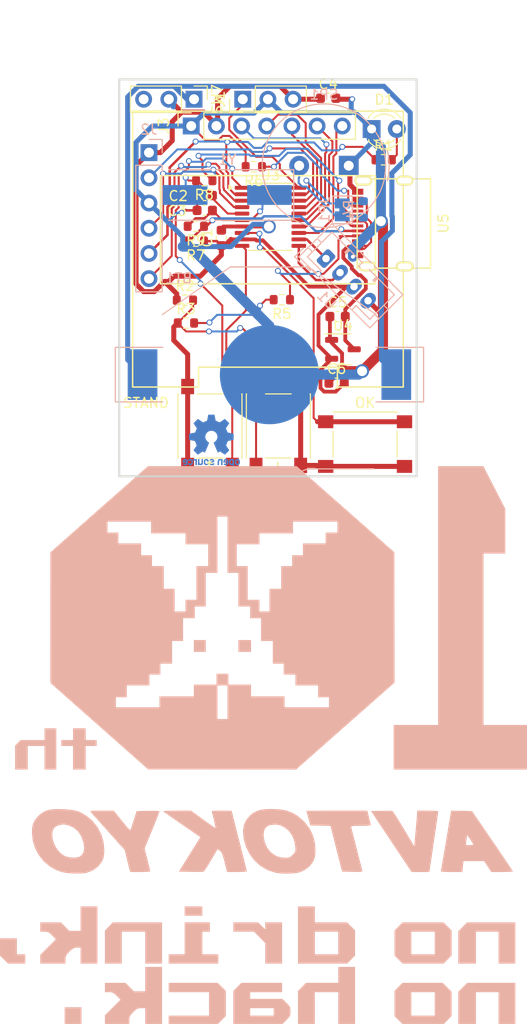
<source format=kicad_pcb>
(kicad_pcb (version 20221018) (generator pcbnew)
  (title_block (date "26 jul 2013"))
  (layers (0 "F.Cu" signal) (31 "B.Cu" signal) (34 "B.Paste" user) (35 "F.Paste" user) (36 "B.SilkS" user "B.Silkscreen") (37 "F.SilkS" user "F.Silkscreen") (38 "B.Mask" user) (39 "F.Mask" user) (44 "Edge.Cuts" user))
  (net 0 "")
  (net 1 "GND")
  (net 2 "Net-(U3-PA1{slash}OSCI{slash}A1{slash}T1CH2{slash}OPN0)")
  (net 3 "+3V3")
  (net 4 "Net-(U3-PA2{slash}OSCO{slash}A0{slash}T1CH2N{slash}OPP0{slash}AETR2_)")
  (net 5 "Net-(D1-A)")
  (net 6 "Net-(BT1-Pad1)")
  (net 7 "Net-(J1-Pin_1)")
  (net 8 "Net-(J2-Pin_2)")
  (net 9 "Net-(R2-Pad2)")
  (net 10 "Net-(J2-Pin_4)")
  (net 11 "Net-(J2-Pin_5)")
  (net 12 "Net-(J2-Pin_6)")
  (net 13 "+5V")
  (net 14 "Net-(U1-Yellow{slash}Dn{slash}An{slash}RX{slash}SCL)")
  (net 15 "Net-(U1-White{slash}Dn1{slash}An1{slash}TX{slash}SDA)")
  (net 16 "SW3")
  (net 17 "SW1")
  (net 18 "SW2")
  (net 20 "Net-(JP1-A)")
  (net 21 "Net-(JP1-B)")
  (net 22 "Net-(U5-CC1)")
  (net 23 "Net-(U5-CC2)")
  (net 24 "Net-(U5-DN1)")
  (net 25 "Net-(U5-DP1)")
  (net 28 "Net-(J3-Pin_3)")
  (net 29 "Net-(J3-Pin_4)")
  (net 30 "Net-(J3-Pin_5)")
  (net 31 "Net-(J3-Pin_6)")
  (net 32 "Net-(J3-Pin_7)")
  (footprint "Resistor_SMD:R_0603_1608Metric" (layer "F.Cu") (at 134.7106 59.4948)
    (fp_text reference "R2")
    (fp_text value "2.7kΩ")
  )
  (footprint "MountingHole:MountingHole_3mm" (layer "F.Cu") (at 130.7856 73.8448)
    (fp_text reference "STAND")
    (fp_text value "MountingHole_3mm")
  )
  (footprint "LED_THT:LED_D3.0mm" (layer "F.Cu") (at 153.5456 42.2448)
    (fp_text reference "D1")
    (fp_text value "LED")
  )
  (footprint "Resistor_SMD:R_0603_1608Metric" (layer "F.Cu") (at 135.8106 52.0448 180)
    (fp_text reference "R9")
    (fp_text value "47")
  )
  (footprint "Capacitor_SMD:C_0603_1608Metric" (layer "F.Cu") (at 150.0106 67.8448)
    (fp_text reference "C6")
    (fp_text value "1u")
  )
  (footprint "Capacitor_SMD:C_0603_1608Metric" (layer "F.Cu") (at 136.7106 48.9448)
    (fp_text reference "C2")
    (fp_text value "20p")
  )
  (footprint "Capacitor_SMD:C_0603_1608Metric" (layer "F.Cu") (at 149.1606 39.1448)
    (fp_text reference "C4")
    (fp_text value "10u")
  )
  (footprint "Connector_PinHeader_2.54mm:PinHeader_1x03_P2.54mm_Vertical" (layer "F.Cu") (at 140.5456 39.2448 90)
    (fp_text reference "J1")
    (fp_text value "max4466_Mic_Module")
  )
  (footprint "Resistor_SMD:R_0603_1608Metric" (layer "F.Cu") (at 136.6606 47.4448 180)
    (fp_text reference "R8")
    (fp_text value "47")
  )
  (footprint "Button_Switch_SMD:SW_Push_1P1T_NO_6x6mm_H9.5mm" (layer "F.Cu") (at 144.1356 72.1698 -90)
    (fp_text reference "SW2" hide)
    (fp_text value "↓")
  )
  (footprint "Capacitor_SMD:C_0603_1608Metric" (layer "F.Cu") (at 136.7106 50.4448)
    (fp_text reference "C3")
    (fp_text value "20p")
  )
  (footprint "Capacitor_SMD:C_0603_1608Metric" (layer "F.Cu") (at 138.3856 53.2198 90)
    (fp_text reference "C1")
    (fp_text value "C")
  )
  (footprint "Package_TO_SOT_SMD:SOT-23-3" (layer "F.Cu") (at 150.6481 64.4448)
    (fp_text reference "U4")
    (fp_text value "XC6206PxxxMR")
  )
  (footprint "Resistor_SMD:R_0603_1608Metric" (layer "F.Cu") (at 134.8106 61.7948)
    (fp_text reference "R3")
    (fp_text value "OPEN")
  )
  (footprint "Button_Switch_SMD:SW_Push_1P1T_NO_6x6mm_H9.5mm" (layer "F.Cu") (at 137.2356 72.1698 90)
    (fp_text reference "SW3" hide)
    (fp_text value "↑")
  )
  (footprint "Capacitor_SMD:C_0603_1608Metric" (layer "F.Cu") (at 150.1106 61.1448)
    (fp_text reference "C5")
    (fp_text value "10u")
  )
  (footprint "Connector_PinHeader_2.54mm:PinHeader_1x03_P2.54mm_Vertical" (layer "F.Cu") (at 135.6256 39.2448 -90)
    (fp_text reference "SW7")
    (fp_text value "SWITCH_INV")
  )
  (footprint "Resistor_SMD:R_0603_1608Metric" (layer "F.Cu") (at 144.4856 59.4448 180)
    (fp_text reference "R5")
    (fp_text value "5.1k")
  )
  (footprint "Button_Switch_SMD:SW_Push_1P1T_NO_6x6mm_H9.5mm" (layer "F.Cu") (at 152.8856 73.9948 180)
    (fp_text reference "SW1" hide)
    (fp_text value "OK")
  )
  (footprint "Resistor_SMD:R_0603_1608Metric" (layer "F.Cu") (at 141.6606 46.0448 180)
    (fp_text reference "R6")
    (fp_text value "5.1k")
  )
  (footprint "Resistor_SMD:R_0603_1608Metric" (layer "F.Cu") (at 154.7606 45.3448)
    (fp_text reference "R1")
    (fp_text value "180Ω")
  )
  (footprint "Package_SO:TSSOP-20_4.4x6.5mm_P0.65mm" (layer "F.Cu") (at 143.3356 51.0948)
    (fp_text reference "U3")
    (fp_text value "CH32V003F4P6")
  )
  (footprint "Resistor_SMD:R_0603_1608Metric" (layer "F.Cu") (at 135.8106 53.5448 180)
    (fp_text reference "R7")
    (fp_text value "1.5k")
  )
  (footprint "library:USB_Type_C_16Pin_Female" (layer "F.Cu") (at 156.2856 51.7648 90)
    (fp_text reference "U5")
    (fp_text value "USB-C_16PIN" hide)
  )
  (footprint "Connector_PinSocket_2.54mm:PinSocket_1x07_P2.54mm_Vertical" (layer "F.Cu") (at 135.3456 41.9448 90)
    (fp_text reference "J3")
    (fp_text value "Conn_01x07_Socket")
  )
  (footprint "library:AVTOKYO_10THLOGO" (layer "B.Cu") (at 144.0856 104.2448 180)
    (fp_text reference "G***" hide)
    (fp_text value "AVTOKYO_10THLOGO" hide)
  )
  (footprint "Connector_PinHeader_2.54mm:PinHeader_1x06_P2.54mm_Vertical" (layer "B.Cu") (at 131.0856 44.6248 180)
    (fp_text reference "J2")
    (fp_text value "WCH-LINKE")
  )
  (footprint "Jumper:SolderJumper-2_P1.3mm_Bridged_Pad1.0x1.5mm" (layer "B.Cu") (at 150.5856 50.3948 -90)
    (fp_text reference "JP1")
    (fp_text value "Jumper_2_Bridged")
  )
  (footprint "Symbol:OSHW-Logo_5.7x6mm_Copper" (layer "B.Cu") (at 137.3856 74.0448 180)
    (fp_text reference "REF**" hide)
    (fp_text value "OSHW-Logo_5.7x6mm_Copper" hide)
  )
  (footprint "Buzzer_Beeper:Buzzer_TDK_PS1240P02BT_D12.2mm_H6.5mm" (layer "B.Cu") (at 151.2356 45.9448 180)
    (fp_text reference "SP1")
    (fp_text value "SPEAKER")
  )
  (footprint "Crystal:Crystal_SMD_HC49-SD" (layer "B.Cu") (at 138.9856 48.8948 180)
    (fp_text reference "Y1")
    (fp_text value "24M")
  )
  (footprint "Resistor_SMD:R_0603_1608Metric" (layer "B.Cu") (at 152.6856 50.3448 -90)
    (fp_text reference "R4")
    (fp_text value "OPEN")
  )
  (footprint "Connector_JST:JST_PH_B4B-PH-K_1x04_P2.00mm_Vertical" (layer "B.Cu") (at 148.942959 55.302159 -45)
    (fp_text reference "U1")
    (fp_text value "SEEED_GROVE")
  )
  (footprint "Battery:BatteryHolder_Keystone_3002_1x2032" (layer "B.Cu") (at 143.2356 66.9948)
    (fp_text reference "BT1")
    (fp_text value "Battery")
  )
  (gr_line (start 150.0856 68.2448) (end 156.7356 68.2448) (stroke (width 0.15)) (layer "F.SilkS"))
  (gr_line (start 153.9356 57.8448) (end 153.9356 46.9448) (stroke (width 0.15)) (layer "F.SilkS"))
  (gr_line (start 153.9356 46.9448) (end 132.2356 46.9448) (stroke (width 0.15)) (layer "F.SilkS"))
  (gr_line (start 150.0856 66.2448) (end 150.0856 68.2448) (stroke (width 0.15)) (layer "F.SilkS"))
  (gr_line (start 129.4356 40.4448) (end 129.4356 68.2448) (stroke (width 0.15)) (layer "F.SilkS"))
  (gr_line (start 156.7356 40.4448) (end 129.4356 40.4448) (stroke (width 0.15)) (layer "F.SilkS"))
  (gr_line (start 132.2356 57.8448) (end 153.9356 57.8448) (stroke (width 0.15)) (layer "F.SilkS"))
  (gr_line (start 129.4356 68.2448) (end 136.0856 68.2448) (stroke (width 0.15)) (layer "F.SilkS"))
  (gr_line (start 136.0856 68.2448) (end 136.0856 66.2448) (stroke (width 0.15)) (layer "F.SilkS"))
  (gr_line (start 132.2356 46.9448) (end 132.2356 57.8448) (stroke (width 0.15)) (layer "F.SilkS"))
  (gr_line (start 156.7356 68.2448) (end 156.7356 40.4448) (stroke (width 0.15)) (layer "F.SilkS"))
  (gr_line (start 136.0856 66.2448) (end 150.0856 66.2448) (stroke (width 0.15)) (layer "F.SilkS"))
  (gr_line (start 158.0856 77.2448) (end 128.0856 77.2448) (stroke (width 0.2)) (layer "Edge.Cuts"))
  (gr_line (start 158.0856 37.2448) (end 158.0856 77.2448) (stroke (width 0.2)) (layer "Edge.Cuts"))
  (gr_line (start 128.0856 77.2448) (end 128.0856 37.2448) (stroke (width 0.2)) (layer "Edge.Cuts"))
  (gr_line (start 128.0856 37.2448) (end 158.0856 37.2448) (stroke (width 0.2)) (layer "Edge.Cuts"))
  (segment (start 140.8356 46.0448) (end 140.8356 44.55197) (width 0.2032) (layer "F.Cu") (net 1))
  (segment (start 151.356689 46.065889) (end 151.356689 47.843248) (width 0.508) (layer "F.Cu") (net 1))
  (segment (start 142.8856 59.4448) (end 142.2856 60.0448) (width 0.2032) (layer "F.Cu") (net 1))
  (segment (start 152.1356 54.8148) (end 151.3656 54.8148) (width 0.2032) (layer "F.Cu") (net 1))
  (segment (start 138.51256 42.9448) (end 138.11256 43.3448) (width 0.2032) (layer "F.Cu") (net 1))
  (segment (start 150.5636 64.8478) (end 150.5636 66.1448) (width 0.381) (layer "F.Cu") (net 1))
  (segment (start 152.1356 55.1148) (end 151.6556 55.1148) (width 0.2032) (layer "F.Cu") (net 1))
  (segment (start 136.7456 43.3448) (end 135.3456 41.9448) (width 0.2032) (layer "F.Cu") (net 1))
  (segment (start 152.5856 66.6448) (end 150.8136 66.6448) (width 1.016) (layer "F.Cu") (net 1))
  (segment (start 151.2356 45.9448) (end 151.356689 46.065889) (width 0.508) (layer "F.Cu") (net 1))
  (segment (start 143.6606 59.4448) (end 142.8856 59.4448) (width 0.2032) (layer "F.Cu") (net 1))
  (segment (start 150.8136 66.6448) (end 150.5636 66.3948) (width 1.016) (layer "F.Cu") (net 1))
  (segment (start 140.8356 44.55197) (end 139.22843 42.9448) (width 0.2032) (layer "F.Cu") (net 1))
  (segment (start 152.1356 55.1148) (end 151.2856 55.1148) (width 0.2032) (layer "F.Cu") (net 1))
  (segment (start 140.4731 52.0698) (end 139.5856 52.0698) (width 0.381) (layer "F.Cu") (net 1))
  (segment (start 139.5856 52.0698) (end 139.2606 52.0698) (width 0.381) (layer "F.Cu") (net 1))
  (segment (start 150.0356 39.2448) (end 149.9356 39.1448) (width 0.508) (layer "F.Cu") (net 1))
  (segment (start 151.356689 47.843248) (end 151.928241 48.4148) (width 0.508) (layer "F.Cu") (net 1))
  (segment (start 154.688511 64.541889) (end 152.5856 66.6448) (width 1.016) (layer "F.Cu") (net 1))
  (segment (start 154.483249 51.53373) (end 154.688511 51.738992) (width 1.016) (layer "F.Cu") (net 1))
  (segment (start 150.5636 66.1448) (end 150.5636 66.3948) (width 0.381) (layer "F.Cu") (net 1))
  (segment (start 154.688511 51.738992) (end 154.688511 64.541889) (width 1.016) (layer "F.Cu") (net 1))
  (segment (start 151.4356 54.8948) (end 151.6556 55.1148) (width 0.2032) (layer "F.Cu") (net 1))
  (segment (start 138.11256 43.3448) (end 136.7456 43.3448) (width 0.2032) (layer "F.Cu") (net 1))
  (segment (start 151.5856 39.2448) (end 150.0356 39.2448) (width 0.508) (layer "F.Cu") (net 1))
  (segment (start 135.9356 50.4448) (end 134.8356 50.4448) (width 0.25) (layer "F.Cu") (net 1))
  (segment (start 137.1356 61.7948) (end 137.1856 61.7448) (width 0.2032) (layer "F.Cu") (net 1))
  (segment (start 134.7856 50.3948) (end 134.8356 50.4448) (width 0.25) (layer "F.Cu") (net 1))
  (segment (start 150.5636 66.3948) (end 150.5636 66.5168) (width 0.381) (layer "F.Cu") (net 1))
  (segment (start 151.3656 54.8148) (end 151.2856 54.8948) (width 0.2032) (layer "F.Cu") (net 1))
  (segment (start 149.5106 63.7948) (end 150.5636 64.8478) (width 0.381) (layer "F.Cu") (net 1))
  (segment (start 140.4731 52.0698) (end 143.180302 52.0698) (width 0.381) (layer "F.Cu") (net 1))
  (segment (start 139.5856 52.0698) (end 138.5856 52.0698) (width 0.381) (layer "F.Cu") (net 1))
  (segment (start 149.5106 63.4948) (end 149.5106 63.7948) (width 0.381) (layer "F.Cu") (net 1))
  (segment (start 134.8356 50.4448) (end 134.6356 50.4448) (width 0.25) (layer "F.Cu") (net 1))
  (segment (start 150.5636 66.5168) (end 149.2356 67.8448) (width 0.381) (layer "F.Cu") (net 1))
  (segment (start 153.1856 59.5448) (end 154.688511 61.047711) (width 0.508) (layer "F.Cu") (net 1))
  (segment (start 149.3356 61.1448) (end 149.3356 63.3198) (width 0.381) (layer "F.Cu") (net 1))
  (segment (start 135.9356 48.9448) (end 135.9356 50.4448) (width 0.25) (layer "F.Cu") (net 1))
  (segment (start 135.6356 61.7948) (end 137.1356 61.7948) (width 0.2032) (layer "F.Cu") (net 1))
  (segment (start 134.6356 50.4448) (end 134.3856 50.6948) (width 0.25) (layer "F.Cu") (net 1))
  (segment (start 139.22843 42.9448) (end 138.51256 42.9448) (width 0.2032) (layer "F.Cu") (net 1))
  (segment (start 151.2856 54.8948) (end 151.4356 54.8948) (width 0.2032) (layer "F.Cu") (net 1))
  (segment (start 154.688511 61.047711) (end 154.688511 64.541889) (width 0.508) (layer "F.Cu") (net 1))
  (segment (start 149.3356 63.3198) (end 149.5106 63.4948) (width 0.381) (layer "F.Cu") (net 1))
  (segment (start 143.180302 52.0698) (end 143.180532 52.06957) (width 0.381) (layer "F.Cu") (net 1))
  (via (at 142.2856 60.0448) (size 0.6) (drill 0.4) (layers "F.Cu" "B.Cu") (net 1))
  (via (at 152.5856 66.6448) (size 1.39954) (drill 1.00076) (layers "F.Cu" "B.Cu") (net 1))
  (via (at 137.1856 61.7448) (size 0.6) (drill 0.4) (layers "F.Cu" "B.Cu") (net 1))
  (via (at 151.6556 55.1148) (size 0.6) (drill 0.4) (layers "F.Cu" "B.Cu") (net 1))
  (via (at 134.3856 50.6948) (size 0.6) (drill 0.4) (layers "F.Cu" "B.Cu") (net 1))
  (via (at 151.5856 39.2448) (size 0.6) (drill 0.4) (layers "F.Cu" "B.Cu") (net 1))
  (via (at 154.483249 51.53373) (size 1.39954) (drill 1.00076) (layers "F.Cu" "B.Cu") (net 1))
  (via (at 134.3856 50.6948) (size 0.6) (drill 0.4) (layers "F.Cu" "B.Cu") (net 1))
  (via (at 143.180532 52.06957) (size 1.39954) (drill 1.00076) (layers "F.Cu" "B.Cu") (net 1))
  (segment (start 143.0856 39.2448) (end 141.684944 40.645456) (width 0.508) (layer "B.Cu") (net 1))
  (segment (start 135.235246 54.094446) (end 134.4851 54.094446) (width 1.016) (layer "B.Cu") (net 1))
  (segment (start 145.2056 65.9348) (end 145.2056 65.8048) (width 0.2032) (layer "B.Cu") (net 1))
  (segment (start 151.4856 40.544144) (end 151.4856 39.3448) (width 0.508) (layer "B.Cu") (net 1))
  (segment (start 151.434944 40.5948) (end 151.4856 40.544144) (width 0.508) (layer "B.Cu") (net 1))
  (segment (start 141.60443 51.8448) (end 142.955762 51.8448) (width 0.508) (layer "B.Cu") (net 1))
  (segment (start 143.2356 62.0948) (end 142.1106 60.9698) (width 1.016) (layer "B.Cu") (net 1))
  (segment (start 142.2856 60.4448) (end 141.9356 60.4448) (width 0.2032) (layer "B.Cu") (net 1))
  (segment (start 133.8856 50.6948) (end 132.9806 51.5998) (width 0.25) (layer "B.Cu") (net 1))
  (segment (start 132.9806 51.5998) (end 131.0856 49.7048) (width 0.508) (layer "B.Cu") (net 1))
  (segment (start 153.5456 42.2448) (end 153.5456 43.1448) (width 1.016) (layer "B.Cu") (net 1))
  (segment (start 151.4856 40.544144) (end 151.844944 40.544144) (width 0.508) (layer "B.Cu") (net 1))
  (segment (start 151.844944 40.544144) (end 153.5456 42.2448) (width 0.508) (layer "B.Cu") (net 1))
  (segment (start 154.483249 51.53373) (end 151.6556 54.361379) (width 1.016) (layer "B.Cu") (net 1))
  (segment (start 144.4356 40.5948) (end 151.434944 40.5948) (width 0.508) (layer "B.Cu") (net 1))
  (segment (start 142.2856 60.0448) (end 142.2856 60.4448) (width 0.2032) (layer "B.Cu") (net 1))
  (segment (start 143.2356 66.9948) (end 152.2356 66.9948) (width 1.016) (layer "B.Cu") (net 1))
  (segment (start 129.7816 48.4008) (end 129.7816 43.586746) (width 0.508) (layer "B.Cu") (net 1))
  (segment (start 134.4851 54.094446) (end 139.354784 54.094446) (width 0.508) (layer "B.Cu") (net 1))
  (segment (start 141.9356 60.4448) (end 141.7606 60.6198) (width 0.2032) (layer "B.Cu") (net 1))
  (segment (start 141.7606 60.6198) (end 135.235246 54.094446) (width 1.016) (layer "B.Cu") (net 1))
  (segment (start 151.4856 39.3448) (end 151.5856 39.2448) (width 0.508) (layer "B.Cu") (net 1))
  (segment (start 153.5456 43.6348) (end 151.2356 45.9448) (width 0.508) (layer "B.Cu") (net 1))
  (segment (start 142.955762 51.8448) (end 143.180532 52.06957) (width 0.508) (layer "B.Cu") (net 1))
  (segment (start 152.2356 66.9948) (end 152.5856 66.6448) (width 1.016) (layer "B.Cu") (net 1))
  (segment (start 131.423546 41.9448) (end 135.3456 41.9448) (width 0.508) (layer "B.Cu") (net 1))
  (segment (start 143.0856 39.2448) (end 144.4356 40.5948) (width 0.508) (layer "B.Cu") (net 1))
  (segment (start 137.1856 61.7448) (end 137.9606 60.9698) (width 0.2032) (layer "B.Cu") (net 1))
  (segment (start 153.5456 42.2448) (end 153.5456 43.6348) (width 0.508) (layer "B.Cu") (net 1))
  (segment (start 129.7816 43.586746) (end 131.423546 41.9448) (width 0.508) (layer "B.Cu") (net 1))
  (segment (start 143.2356 66.9948) (end 143.2356 62.0948) (width 1.016) (layer "B.Cu") (net 1))
  (segment (start 142.1106 60.9698) (end 141.7606 60.6198) (width 1.016) (layer "B.Cu") (net 1))
  (segment (start 134.3856 50.6948) (end 133.8856 50.6948) (width 0.25) (layer "B.Cu") (net 1))
  (segment (start 134.4851 54.094446) (end 134.4851 53.1043) (width 0.508) (layer "B.Cu") (net 1))
  (segment (start 141.684944 40.645456) (end 136.644944 40.645456) (width 0.508) (layer "B.Cu") (net 1))
  (segment (start 154.479813 44.079013) (end 154.479813 51.530294) (width 1.016) (layer "B.Cu") (net 1))
  (segment (start 131.0856 49.7048) (end 129.7816 48.4008) (width 0.508) (layer "B.Cu") (net 1))
  (segment (start 139.354784 54.094446) (end 141.60443 51.8448) (width 0.508) (layer "B.Cu") (net 1))
  (segment (start 137.9606 60.9698) (end 142.1106 60.9698) (width 0.2032) (layer "B.Cu") (net 1))
  (segment (start 134.4851 53.1043) (end 132.9806 51.5998) (width 0.508) (layer "B.Cu") (net 1))
  (segment (start 151.6556 54.361379) (end 151.6556 55.1148) (width 1.016) (layer "B.Cu") (net 1))
  (segment (start 136.644944 40.645456) (end 135.3456 41.9448) (width 0.508) (layer "B.Cu") (net 1))
  (segment (start 154.479813 51.530294) (end 154.483249 51.53373) (width 1.016) (layer "B.Cu") (net 1))
  (segment (start 153.5456 43.1448) (end 154.479813 44.079013) (width 1.016) (layer "B.Cu") (net 1))
  (segment (start 135.8356 47.4448) (end 135.0856 47.4448) (width 0.2032) (layer "F.Cu") (net 2))
  (segment (start 135.9856 47.4448) (end 137.4856 48.9448) (width 0.2032) (layer "F.Cu") (net 2))
  (segment (start 139.030326 50.7698) (end 140.4731 50.7698) (width 0.2032) (layer "F.Cu") (net 2))
  (segment (start 137.4856 48.9448) (end 137.4856 49.225074) (width 0.2032) (layer "F.Cu") (net 2))
  (segment (start 137.4856 49.225074) (end 139.030326 50.7698) (width 0.2032) (layer "F.Cu") (net 2))
  (segment (start 135.8356 47.4448) (end 135.9856 47.4448) (width 0.2032) (layer "F.Cu") (net 2))
  (segment (start 135.0856 47.4448) (end 134.7856 47.1448) (width 0.2032) (layer "F.Cu") (net 2))
  (via (at 134.7856 47.1448) (size 0.6) (drill 0.4) (layers "F.Cu" "B.Cu") (net 2))
  (segment (start 134.7856 48.8448) (end 134.7356 48.8948) (width 0.2032) (layer "B.Cu") (net 2))
  (segment (start 134.7856 47.1448) (end 134.7856 48.8448) (width 0.2032) (layer "B.Cu") (net 2))
  (segment (start 139.3606 53.3698) (end 138.3856 54.3448) (width 0.508) (layer "F.Cu") (net 3))
  (segment (start 142.512511 53.487579) (end 142.540592 53.459498) (width 0.381) (layer "F.Cu") (net 3))
  (segment (start 137.9356 53.5448) (end 138.3856 53.9948) (width 0.25) (layer "F.Cu") (net 3))
  (segment (start 140.4731 53.3698) (end 139.3606 53.3698) (width 0.381) (layer "F.Cu") (net 3))
  (segment (start 133.619133 57.077585) (end 133.168759 57.527959) (width 0.508) (layer "F.Cu") (net 3))
  (segment (start 148.7511 68.7103) (end 148.3856 68.3448) (width 0.381) (layer "F.Cu") (net 3))
  (segment (start 142.558423 53.459498) (end 147.229511 58.130586) (width 0.381) (layer "F.Cu") (net 3))
  (segment (start 148.4856 39.2448) (end 145.6256 39.2448) (width 0.508) (layer "F.Cu") (net 3))
  (segment (start 148.3856 68.3448) (end 148.3856 66.5198) (width 0.381) (layer "F.Cu") (net 3))
  (segment (start 138.3856 54.3448) (end 138.3856 54.9448) (width 0.508) (layer "F.Cu") (net 3))
  (segment (start 148.1856 64.0698) (end 149.5106 65.3948) (width 0.381) (layer "F.Cu") (net 3))
  (segment (start 151.771386 58.130586) (end 151.004364 58.130586) (width 0.381) (layer "F.Cu") (net 3))
  (segment (start 142.540592 53.459498) (end 142.558423 53.459498) (width 0.381) (layer "F.Cu") (net 3))
  (segment (start 134.3856 40.5448) (end 133.0856 39.2448) (width 0.508) (layer "F.Cu") (net 3))
  (segment (start 141.940481 53.487579) (end 142.512511 53.487579) (width 0.381) (layer "F.Cu") (net 3))
  (segment (start 134.3856 40.5488) (end 136.6096 40.5488) (width 0.508) (layer "F.Cu") (net 3))
  (segment (start 136.6356 53.5448) (end 137.9356 53.5448) (width 0.25) (layer "F.Cu") (net 3))
  (segment (start 148.3856 66.5198) (end 149.5106 65.3948) (width 0.381) (layer "F.Cu") (net 3))
  (segment (start 138.3856 54.9448) (end 136.252815 57.077585) (width 0.508) (layer "F.Cu") (net 3))
  (segment (start 139.2416 37.9408) (end 138.0056 39.1768) (width 0.508) (layer "F.Cu") (net 3))
  (segment (start 136.6096 40.5488) (end 138.0056 41.9448) (width 0.508) (layer "F.Cu") (net 3))
  (segment (start 151.004364 58.130586) (end 148.1856 60.94935) (width 0.381) (layer "F.Cu") (net 3))
  (segment (start 138.0056 39.1768) (end 138.0056 41.9448) (width 0.508) (layer "F.Cu") (net 3))
  (segment (start 133.431366 43.423942) (end 133.431366 41.503034) (width 0.508) (layer "F.Cu") (net 3))
  (segment (start 150.7856 67.8448) (end 149.9201 68.7103) (width 0.381) (layer "F.Cu") (net 3))
  (segment (start 133.431366 41.503034) (end 134.3856 40.5488) (width 0.508) (layer "F.Cu") (net 3))
  (segment (start 140.4731 53.3698) (end 141.822702 53.3698) (width 0.381) (layer "F.Cu") (net 3))
  (segment (start 131.0856 44.6248) (end 132.230508 44.6248) (width 0.508) (layer "F.Cu") (net 3))
  (segment (start 133.8856 58.8448) (end 132.647667 57.606867) (width 0.508) (layer "F.Cu") (net 3))
  (segment (start 130.545465 58.6288) (end 129.7816 57.864935) (width 0.508) (layer "F.Cu") (net 3))
  (segment (start 145.6256 39.2448) (end 144.3216 37.9408) (width 0.508) (layer "F.Cu") (net 3))
  (segment (start 133.089851 57.606867) (end 133.168759 57.527959) (width 0.508) (layer "F.Cu") (net 3))
  (segment (start 132.647667 57.606867) (end 133.089851 57.606867) (width 0.508) (layer "F.Cu") (net 3))
  (segment (start 134.3856 40.5488) (end 134.3856 40.5448) (width 0.508) (layer "F.Cu") (net 3))
  (segment (start 136.252815 57.077585) (end 133.619133 57.077585) (width 0.508) (layer "F.Cu") (net 3))
  (segment (start 133.8856 59.4948) (end 133.8856 58.8448) (width 0.508) (layer "F.Cu") (net 3))
  (segment (start 147.229511 58.130586) (end 151.004364 58.130586) (width 0.381) (layer "F.Cu") (net 3))
  (segment (start 129.7816 57.864935) (end 129.7816 45.9288) (width 0.508) (layer "F.Cu") (net 3))
  (segment (start 149.9201 68.7103) (end 148.7511 68.7103) (width 0.381) (layer "F.Cu") (net 3))
  (segment (start 129.7816 45.9288) (end 131.0856 44.6248) (width 0.508) (layer "F.Cu") (net 3))
  (segment (start 140.4731 53.3698) (end 139.691928 53.3698) (width 0.381) (layer "F.Cu") (net 3))
  (segment (start 131.625735 58.6288) (end 130.545465 58.6288) (width 0.508) (layer "F.Cu") (net 3))
  (segment (start 141.822702 53.3698) (end 141.940481 53.487579) (width 0.381) (layer "F.Cu") (net 3))
  (segment (start 144.3216 37.9408) (end 139.2416 37.9408) (width 0.508) (layer "F.Cu") (net 3))
  (segment (start 148.1856 60.94935) (end 148.1856 64.0698) (width 0.381) (layer "F.Cu") (net 3))
  (segment (start 132.647667 57.606867) (end 131.625735 58.6288) (width 0.508) (layer "F.Cu") (net 3))
  (segment (start 132.230508 44.6248) (end 133.431366 43.423942) (width 0.508) (layer "F.Cu") (net 3))
  (segment (start 133.5456 39.2448) (end 133.5456 40.0248) (width 0.508) (layer "B.Cu") (net 3))
  (segment (start 134.9856 52.0448) (end 135.7856 51.2448) (width 0.25) (layer "F.Cu") (net 4))
  (segment (start 137.1622 50.8432) (end 137.1606 50.8448) (width 0.2032) (layer "F.Cu") (net 4))
  (segment (start 137.884 50.8432) (end 137.1622 50.8432) (width 0.2032) (layer "F.Cu") (net 4))
  (segment (start 137.4856 50.4448) (end 138.4606 51.4198) (width 0.2032) (layer "F.Cu") (net 4))
  (segment (start 142.4856 50.3448) (end 142.2856 50.5448) (width 0.2032) (layer "F.Cu") (net 4))
  (segment (start 135.7856 51.2448) (end 136.6856 51.2448) (width 0.25) (layer "F.Cu") (net 4))
  (segment (start 138.4606 51.4198) (end 140.4731 51.4198) (width 0.2032) (layer "F.Cu") (net 4))
  (segment (start 141.4106 51.4198) (end 142.2856 50.5448) (width 0.2032) (layer "F.Cu") (net 4))
  (segment (start 137.8856 50.8448) (end 137.884 50.8432) (width 0.2032) (layer "F.Cu") (net 4))
  (segment (start 140.4731 51.4198) (end 141.4106 51.4198) (width 0.2032) (layer "F.Cu") (net 4))
  (segment (start 136.6856 51.2448) (end 137.4856 50.4448) (width 0.25) (layer "F.Cu") (net 4))
  (via (at 142.2856 50.5448) (size 0.6) (drill 0.4) (layers "F.Cu" "B.Cu") (net 4))
  (segment (start 142.2856 50.5448) (end 142.53 50.3004) (width 0.2032) (layer "B.Cu") (net 4))
  (segment (start 142.53 50.3004) (end 142.53 48.8948) (width 0.2032) (layer "B.Cu") (net 4))
  (segment (start 156.0856 44.8448) (end 155.5856 45.3448) (width 0.2032) (layer "F.Cu") (net 5))
  (segment (start 156.0856 42.2448) (end 156.0856 44.8448) (width 0.2032) (layer "F.Cu") (net 5))
  (segment (start 133.625735 37.9408) (end 130.005465 37.9408) (width 0.508) (layer "B.Cu") (net 6))
  (segment (start 155.586689 46.697711) (end 155.586689 51.005492) (width 0.508) (layer "B.Cu") (net 6))
  (segment (start 155.637019 52.493855) (end 154.5356 53.595274) (width 0.508) (layer "B.Cu") (net 6))
  (segment (start 154.5356 65.4948) (end 156.0356 66.9948) (width 0.508) (layer "B.Cu") (net 6))
  (segment (start 128.9356 39.010665) (end 128.9356 65.4948) (width 0.508) (layer "B.Cu") (net 6))
  (segment (start 130.005465 37.9408) (end 128.9356 39.010665) (width 0.508) (layer "B.Cu") (net 6))
  (segment (start 133.625735 37.9408) (end 134.929735 39.2448) (width 0.508) (layer "B.Cu") (net 6))
  (segment (start 134.929735 39.2448) (end 135.6256 39.2448) (width 0.508) (layer "B.Cu") (net 6))
  (segment (start 154.7816 37.9408) (end 157.4396 40.5988) (width 0.508) (layer "B.Cu") (net 6))
  (segment (start 128.9356 65.4948) (end 130.4356 66.9948) (width 0.508) (layer "B.Cu") (net 6))
  (segment (start 133.625735 37.9408) (end 154.7816 37.9408) (width 0.508) (layer "B.Cu") (net 6))
  (segment (start 155.586689 51.005492) (end 155.637019 51.055822) (width 0.508) (layer "B.Cu") (net 6))
  (segment (start 155.637019 51.055822) (end 155.637019 52.493855) (width 0.508) (layer "B.Cu") (net 6))
  (segment (start 157.4396 44.8448) (end 155.586689 46.697711) (width 0.508) (layer "B.Cu") (net 6))
  (segment (start 154.5356 53.595274) (end 154.5356 65.4948) (width 0.508) (layer "B.Cu") (net 6))
  (segment (start 157.4396 40.5988) (end 157.4396 44.8448) (width 0.508) (layer "B.Cu") (net 6))
  (segment (start 143.536391 45.0448) (end 144.2872 45.795609) (width 0.2032) (layer "F.Cu") (net 7))
  (segment (start 139.8106 40.5198) (end 139.1856 41.1448) (width 0.2032) (layer "F.Cu") (net 7))
  (segment (start 144.2872 45.795609) (end 144.2872 46.2589) (width 0.2032) (layer "F.Cu") (net 7))
  (segment (start 139.8106 40.5198) (end 139.934 40.3964) (width 0.2032) (layer "F.Cu") (net 7))
  (segment (start 144.2872 46.2589) (end 146.1981 48.1698) (width 0.2032) (layer "F.Cu") (net 7))
  (segment (start 140.44212 43.58828) (end 141.89864 45.0448) (width 0.2032) (layer "F.Cu") (net 7))
  (segment (start 140.5456 39.2448) (end 140.5456 39.7848) (width 0.2032) (layer "F.Cu") (net 7))
  (segment (start 140.5456 39.7848) (end 139.8106 40.5198) (width 0.2032) (layer "F.Cu") (net 7))
  (segment (start 141.89864 45.0448) (end 143.536391 45.0448) (width 0.2032) (layer "F.Cu") (net 7))
  (segment (start 139.1856 42.33176) (end 140.44212 43.58828) (width 0.2032) (layer "F.Cu") (net 7))
  (segment (start 139.1856 41.1448) (end 139.1856 42.33176) (width 0.2032) (layer "F.Cu") (net 7))
  (segment (start 146.1981 49.4698) (end 146.9356 49.4698) (width 0.2032) (layer "F.Cu") (net 8))
  (segment (start 147.6404 45.50886) (end 146.333563 44.202023) (width 0.2032) (layer "F.Cu") (net 8))
  (segment (start 147.6404 48.765) (end 147.6404 45.50886) (width 0.2032) (layer "F.Cu") (net 8))
  (segment (start 146.9356 49.4698) (end 147.6404 48.765) (width 0.2032) (layer "F.Cu") (net 8))
  (segment (start 146.333563 44.202023) (end 143.24938 44.202023) (width 0.2032) (layer "F.Cu") (net 8))
  (via (at 143.24938 44.202023) (size 0.6) (drill 0.4) (layers "F.Cu" "B.Cu") (net 8))
  (segment (start 133.9492 44.3012) (end 141.251579 44.3012) (width 0.2032) (layer "B.Cu") (net 8))
  (segment (start 131.0856 47.1648) (end 133.9492 44.3012) (width 0.2032) (layer "B.Cu") (net 8))
  (segment (start 141.501579 44.5512) (end 142.900203 44.5512) (width 0.2032) (layer "B.Cu") (net 8))
  (segment (start 141.251579 44.3012) (end 141.501579 44.5512) (width 0.2032) (layer "B.Cu") (net 8))
  (segment (start 142.900203 44.5512) (end 143.24938 44.202023) (width 0.2032) (layer "B.Cu") (net 8))
  (segment (start 147.9856 76.1448) (end 146.3856 76.1448) (width 0.508) (layer "F.Cu") (net 9))
  (segment (start 148.0856 76.2448) (end 147.9856 76.1448) (width 0.508) (layer "F.Cu") (net 9))
  (segment (start 134.9856 64.9448) (end 134.9856 68.1948) (width 0.508) (layer "F.Cu") (net 9))
  (segment (start 133.5856 62.1948) (end 133.5856 63.5448) (width 0.508) (layer "F.Cu") (net 9))
  (segment (start 133.9856 61.7948) (end 133.5856 62.1948) (width 0.508) (layer "F.Cu") (net 9))
  (segment (start 140.4856 62.2948) (end 146.3856 68.1948) (width 0.2032) (layer "F.Cu") (net 9))
  (segment (start 134.9856 68.1948) (end 134.9856 76.1448) (width 0.508) (layer "F.Cu") (net 9))
  (segment (start 135.5356 60.2448) (end 133.9856 61.7948) (width 0.2032) (layer "F.Cu") (net 9))
  (segment (start 134.8356 62.6448) (end 137.1356 62.6448) (width 0.2032) (layer "F.Cu") (net 9))
  (segment (start 156.0356 76.2448) (end 148.0856 76.2448) (width 0.508) (layer "F.Cu") (net 9))
  (segment (start 133.9856 61.7948) (end 134.8356 62.6448) (width 0.2032) (layer "F.Cu") (net 9))
  (segment (start 135.5356 59.4948) (end 135.5356 60.2448) (width 0.2032) (layer "F.Cu") (net 9))
  (segment (start 140.2856 62.2948) (end 140.4856 62.2948) (width 0.2032) (layer "F.Cu") (net 9))
  (segment (start 133.5856 63.5448) (end 134.9856 64.9448) (width 0.508) (layer "F.Cu") (net 9))
  (segment (start 146.3856 76.1448) (end 146.3856 68.1948) (width 0.508) (layer "F.Cu") (net 9))
  (via (at 140.2856 62.2948) (size 0.6) (drill 0.4) (layers "F.Cu" "B.Cu") (net 9))
  (via (at 137.1356 62.6448) (size 0.6) (drill 0.4) (layers "F.Cu" "B.Cu") (net 9))
  (segment (start 139.9356 62.6448) (end 140.2856 62.2948) (width 0.2032) (layer "B.Cu") (net 9))
  (segment (start 137.1356 62.6448) (end 139.9356 62.6448) (width 0.2032) (layer "B.Cu") (net 9))
  (segment (start 138.1872 48.32977) (end 138.1872 46.962032) (width 0.2032) (layer "F.Cu") (net 10))
  (segment (start 138.1872 46.962032) (end 137.5808 46.355632) (width 0.2032) (layer "F.Cu") (net 10))
  (segment (start 139.6606 50.1198) (end 138.2372 48.6964) (width 0.2032) (layer "F.Cu") (net 10))
  (segment (start 132.5086 50.8218) (end 132.5086 46.7448) (width 0.2032) (layer "F.Cu") (net 10))
  (segment (start 140.4731 50.1198) (end 139.6606 50.1198) (width 0.2032) (layer "F.Cu") (net 10))
  (segment (start 137.5808 46.355632) (end 137.5808 46.3448) (width 0.2032) (layer "F.Cu") (net 10))
  (segment (start 138.2372 48.6964) (end 138.2372 48.37977) (width 0.2032) (layer "F.Cu") (net 10))
  (segment (start 131.0856 52.2448) (end 132.5086 50.8218) (width 0.2032) (layer "F.Cu") (net 10))
  (segment (start 138.2372 48.37977) (end 138.1872 48.32977) (width 0.2032) (layer "F.Cu") (net 10))
  (via (at 132.5086 46.7448) (size 0.6) (drill 0.4) (layers "F.Cu" "B.Cu") (net 10))
  (via (at 137.5808 46.3448) (size 0.6) (drill 0.4) (layers "F.Cu" "B.Cu") (net 10))
  (segment (start 134.334809 46.7448) (end 132.5086 46.7448) (width 0.2032) (layer "B.Cu") (net 10))
  (segment (start 137.771239 46.744798) (end 137.569641 46.5432) (width 0.2032) (layer "B.Cu") (net 10))
  (segment (start 134.536409 46.5432) (end 134.334809 46.7448) (width 0.2032) (layer "B.Cu") (net 10))
  (segment (start 137.569641 46.5432) (end 134.536409 46.5432) (width 0.2032) (layer "B.Cu") (net 10))
  (segment (start 138.884 43.646404) (end 138.981621 43.548783) (width 0.2032) (layer "F.Cu") (net 11))
  (segment (start 139.0824 46.692391) (end 138.884 46.493991) (width 0.2032) (layer "F.Cu") (net 11))
  (segment (start 133.177198 49.876068) (end 133.177198 46.117635) (width 0.254) (layer "F.Cu") (net 11))
  (segment (start 131.0856 54.7848) (end 132.952201 52.918199) (width 0.254) (layer "F.Cu") (net 11))
  (segment (start 132.952201 50.101065) (end 133.177198 49.876068) (width 0.254) (layer "F.Cu") (net 11))
  (segment (start 140.4731 48.8198) (end 139.7356 48.8198) (width 0.2032) (layer "F.Cu") (net 11))
  (segment (start 133.177198 46.117635) (end 135.7856 43.509233) (width 0.254) (layer "F.Cu") (net 11))
  (segment (start 152.6356 44.0448) (end 150.592 44.0448) (width 0.2032) (layer "F.Cu") (net 11))
  (segment (start 138.884 46.493991) (end 138.884 43.646404) (width 0.2032) (layer "F.Cu") (net 11))
  (segment (start 153.9356 45.3448) (end 152.6356 44.0448) (width 0.2032) (layer "F.Cu") (net 11))
  (segment (start 139.0824 48.1666) (end 139.0824 46.692391) (width 0.2032) (layer "F.Cu") (net 11))
  (segment (start 139.7356 48.8198) (end 139.0824 48.1666) (width 0.2032) (layer "F.Cu") (net 11))
  (segment (start 132.952201 52.918199) (end 132.952201 50.101065) (width 0.254) (layer "F.Cu") (net 11))
  (via (at 135.7856 43.509233) (size 0.6) (drill 0.4) (layers "F.Cu" "B.Cu") (net 11))
  (via (at 138.981621 43.548783) (size 0.6) (drill 0.4) (layers "F.Cu" "B.Cu") (net 11))
  (via (at 150.592 44.0448) (size 0.6) (drill 0.4) (layers "F.Cu" "B.Cu") (net 11))
  (segment (start 138.942071 43.509233) (end 138.981621 43.548783) (width 0.2032) (layer "B.Cu") (net 11))
  (segment (start 135.7856 43.509233) (end 138.942071 43.509233) (width 0.2032) (layer "B.Cu") (net 11))
  (segment (start 150.2388 44.398) (end 150.592 44.0448) (width 0.2032) (layer "B.Cu") (net 11))
  (segment (start 138.997002 43.3448) (end 138.997002 43.533402) (width 0.2032) (layer "B.Cu") (net 11))
  (segment (start 138.997002 43.533402) (end 138.981621 43.548783) (width 0.2032) (layer "B.Cu") (net 11))
  (segment (start 141.069373 43.548783) (end 141.66859 44.148) (width 0.2032) (layer "B.Cu") (net 11))
  (segment (start 143.000189 43.600423) (end 147.721013 43.600423) (width 0.2032) (layer "B.Cu") (net 11))
  (segment (start 141.66859 44.148) (end 142.452611 44.148) (width 0.2032) (layer "B.Cu") (net 11))
  (segment (start 142.452611 44.148) (end 143.000189 43.600423) (width 0.2032) (layer "B.Cu") (net 11))
  (segment (start 148.51859 44.398) (end 150.2388 44.398) (width 0.2032) (layer "B.Cu") (net 11))
  (segment (start 138.981621 43.548783) (end 141.069373 43.548783) (width 0.2032) (layer "B.Cu") (net 11))
  (segment (start 147.721013 43.600423) (end 148.51859 44.398) (width 0.2032) (layer "B.Cu") (net 11))
  (segment (start 133.6558 50.003599) (end 133.6558 46.627138) (width 0.2032) (layer "F.Cu") (net 12))
  (segment (start 131.0856 57.3248) (end 133.3808 55.0296) (width 0.2032) (layer "F.Cu") (net 12))
  (segment (start 139.7356 49.4698) (end 138.6404 48.3746) (width 0.2032) (layer "F.Cu") (net 12))
  (segment (start 138.5904 48.16276) (end 138.5904 46.795022) (width 0.2032) (layer "F.Cu") (net 12))
  (segment (start 138.1824 46.387022) (end 138.1824 46.095609) (width 0.2032) (layer "F.Cu") (net 12))
  (segment (start 138.6404 48.21276) (end 138.5904 48.16276) (width 0.2032) (layer "F.Cu") (net 12))
  (segment (start 133.6558 46.627138) (end 134.333128 45.94981) (width 0.2032) (layer "F.Cu") (net 12))
  (segment (start 138.1824 46.095609) (end 137.829991 45.7432) (width 0.2032) (layer "F.Cu") (net 12))
  (segment (start 137.1654 45.7432) (end 137.0856 45.823) (width 0.2032) (layer "F.Cu") (net 12))
  (segment (start 140.4731 49.4698) (end 139.7356 49.4698) (width 0.2032) (layer "F.Cu") (net 12))
  (segment (start 138.5904 46.795022) (end 138.1824 46.387022) (width 0.2032) (layer "F.Cu") (net 12))
  (segment (start 137.829991 45.7432) (end 137.1654 45.7432) (width 0.2032) (layer "F.Cu") (net 12))
  (segment (start 138.6404 48.3746) (end 138.6404 48.21276) (width 0.2032) (layer "F.Cu") (net 12))
  (segment (start 133.3808 55.0296) (end 133.3808 50.278598) (width 0.2032) (layer "F.Cu") (net 12))
  (segment (start 133.3808 50.278598) (end 133.6558 50.003599) (width 0.2032) (layer "F.Cu") (net 12))
  (via (at 134.333128 45.94981) (size 0.6) (drill 0.4) (layers "F.Cu" "B.Cu") (net 12))
  (via (at 137.0856 45.823) (size 0.6) (drill 0.4) (layers "F.Cu" "B.Cu") (net 12))
  (segment (start 136.831088 46.077512) (end 137.0856 45.823) (width 0.2032) (layer "B.Cu") (net 12))
  (segment (start 134.46083 46.077512) (end 136.831088 46.077512) (width 0.2032) (layer "B.Cu") (net 12))
  (segment (start 134.333128 45.94981) (end 134.46083 46.077512) (width 0.2032) (layer "B.Cu") (net 12))
  (segment (start 153.1156 54.0148) (end 152.8156 54.3148) (width 0.2032) (layer "F.Cu") (net 13))
  (segment (start 152.1356 54.0148) (end 153.1156 54.0148) (width 0.2032) (layer "F.Cu") (net 13))
  (segment (start 151.542127 56.097261) (end 150.693501 55.248635) (width 0.381) (layer "F.Cu") (net 13))
  (segment (start 152.1356 49.2148) (end 152.7556 49.2148) (width 0.2032) (layer "F.Cu") (net 13))
  (segment (start 150.693501 55.248635) (end 150.693501 54.536899) (width 0.381) (layer "F.Cu") (net 13))
  (segment (start 150.8856 61.1448) (end 150.8856 63.5448) (width 0.381) (layer "F.Cu") (net 13))
  (segment (start 153.4888 51.651262) (end 153.4888 53.6416) (width 0.2032) (layer "F.Cu") (net 13))
  (segment (start 153.0556 49.5148) (end 152.1356 49.5148) (width 0.2032) (layer "F.Cu") (net 13))
  (segment (start 150.8856 63.5448) (end 151.7856 64.4448) (width 0.381) (layer "F.Cu") (net 13))
  (segment (start 152.7556 49.2148) (end 153.0556 49.5148) (width 0.2032) (layer "F.Cu") (net 13))
  (segment (start 152.1356 54.3148) (end 151.0556 54.3148) (width 0.2032) (layer "F.Cu") (net 13))
  (segment (start 150.693501 54.536899) (end 150.9856 54.2448) (width 0.381) (layer "F.Cu") (net 13))
  (segment (start 151.542127 56.301327) (end 151.542127 56.097261) (width 0.381) (layer "F.Cu") (net 13))
  (segment (start 153.0556 49.5148) (end 153.0556 51.218062) (width 0.2032) (layer "F.Cu") (net 13))
  (segment (start 153.4888 53.6416) (end 153.1156 54.0148) (width 0.2032) (layer "F.Cu") (net 13))
  (segment (start 153.0556 51.218062) (end 153.4888 51.651262) (width 0.2032) (layer "F.Cu") (net 13))
  (segment (start 152.95634 57.525852) (end 152.405788 56.9753) (width 0.381) (layer "F.Cu") (net 13))
  (segment (start 151.0556 54.3148) (end 150.9856 54.2448) (width 0.2032) (layer "F.Cu") (net 13))
  (segment (start 152.1356 54.0148) (end 151.2156 54.0148) (width 0.2032) (layer "F.Cu") (net 13))
  (segment (start 150.8856 61.1448) (end 150.8856 60.41715) (width 0.381) (layer "F.Cu") (net 13))
  (segment (start 152.95634 58.34641) (end 152.95634 57.525852) (width 0.381) (layer "F.Cu") (net 13))
  (segment (start 150.8856 60.41715) (end 152.95634 58.34641) (width 0.381) (layer "F.Cu") (net 13))
  (segment (start 151.2156 54.0148) (end 150.9856 54.2448) (width 0.2032) (layer "F.Cu") (net 13))
  (segment (start 152.405788 56.9753) (end 152.2161 56.9753) (width 0.381) (layer "F.Cu") (net 13))
  (segment (start 152.8156 54.3148) (end 152.1356 54.3148) (width 0.2032) (layer "F.Cu") (net 13))
  (segment (start 152.2161 56.9753) (end 151.542127 56.301327) (width 0.381) (layer "F.Cu") (net 13))
  (segment (start 147.0106 53.3698) (end 146.1981 53.3698) (width 0.25) (layer "F.Cu") (net 14))
  (segment (start 148.942959 55.302159) (end 147.0106 53.3698) (width 0.25) (layer "F.Cu") (net 14))
  (segment (start 146.1981 54.0198) (end 146.1981 55.741184) (width 0.25) (layer "F.Cu") (net 15))
  (segment (start 146.1981 55.741184) (end 147.928317 57.471401) (width 0.25) (layer "F.Cu") (net 15))
  (segment (start 147.928317 57.471401) (end 149.602145 57.471401) (width 0.25) (layer "F.Cu") (net 15))
  (segment (start 149.602145 57.471401) (end 150.357173 56.716373) (width 0.25) (layer "F.Cu") (net 15))
  (segment (start 139.4856 68.1948) (end 138.4824 67.1916) (width 0.2032) (layer "F.Cu") (net 16))
  (segment (start 139.4856 47.1823) (end 139.4856 46.2448) (width 0.2032) (layer "F.Cu") (net 16))
  (segment (start 140.4731 48.1698) (end 139.4856 47.1823) (width 0.2032) (layer "F.Cu") (net 16))
  (segment (start 138.4824 60.037454) (end 136.27617 57.831224) (width 0.2032) (layer "F.Cu") (net 16))
  (segment (start 134.0856 50.144009) (end 133.784 50.445609) (width 0.2032) (layer "F.Cu") (net 16))
  (segment (start 134.66124 46.5432) (end 134.536409 46.5432) (width 0.2032) (layer "F.Cu") (net 16))
  (segment (start 134.0856 46.994009) (end 134.0856 50.144009) (width 0.2032) (layer "F.Cu") (net 16))
  (segment (start 135.111912 45.475912) (end 135.111912 46.092528) (width 0.2032) (layer "F.Cu") (net 16))
  (segment (start 133.784 55.0432) (end 134.1856 55.4448) (width 0.2032) (layer "F.Cu") (net 16))
  (segment (start 138.4824 67.1916) (end 138.4824 60.037454) (width 0.2032) (layer "F.Cu") (net 16))
  (segment (start 134.536409 46.5432) (end 134.0856 46.994009) (width 0.2032) (layer "F.Cu") (net 16))
  (segment (start 135.111912 46.092528) (end 134.66124 46.5432) (width 0.2032) (layer "F.Cu") (net 16))
  (segment (start 139.4856 68.1948) (end 139.4856 76.1448) (width 0.2032) (layer "F.Cu") (net 16))
  (segment (start 133.784 50.445609) (end 133.784 55.0432) (width 0.2032) (layer "F.Cu") (net 16))
  (via (at 134.1856 55.4448) (size 0.6) (drill 0.4) (layers "F.Cu" "B.Cu") (net 16))
  (via (at 139.4856 46.2448) (size 0.6) (drill 0.4) (layers "F.Cu" "B.Cu") (net 16))
  (via (at 136.27617 57.831224) (size 0.6) (drill 0.4) (layers "F.Cu" "B.Cu") (net 16))
  (via (at 135.111912 45.475912) (size 0.6) (drill 0.4) (layers "F.Cu" "B.Cu") (net 16))
  (segment (start 136.836409 45.2214) (end 138.4622 45.2214) (width 0.2032) (layer "B.Cu") (net 16))
  (segment (start 134.1856 55.4448) (end 136.27617 57.53537) (width 0.2032) (layer "B.Cu") (net 16))
  (segment (start 138.4622 45.2214) (end 139.4856 46.2448) (width 0.2032) (layer "B.Cu") (net 16))
  (segment (start 136.27617 57.53537) (end 136.27617 57.831224) (width 0.2032) (layer "B.Cu") (net 16))
  (segment (start 135.1824 45.5464) (end 136.511409 45.5464) (width 0.2032) (layer "B.Cu") (net 16))
  (segment (start 136.511409 45.5464) (end 136.836409 45.2214) (width 0.2032) (layer "B.Cu") (net 16))
  (segment (start 135.111912 45.475912) (end 135.1824 45.5464) (width 0.2032) (layer "B.Cu") (net 16))
  (segment (start 148.0856 71.7448) (end 156.0356 71.7448) (width 0.508) (layer "F.Cu") (net 17))
  (segment (start 147.693501 59.30191) (end 142.56967 54.178079) (width 0.2032) (layer "F.Cu") (net 17))
  (segment (start 140.4731 52.7198) (end 142.149217 52.7198) (width 0.2032) (layer "F.Cu") (net 17))
  (segment (start 142.149217 52.7198) (end 142.226496 52.797079) (width 0.2032) (layer "F.Cu") (net 17))
  (segment (start 142.56967 54.178079) (end 142.276405 54.178079) (width 0.2032) (layer "F.Cu") (net 17))
  (segment (start 148.0856 71.7448) (end 147.693501 71.352701) (width 0.2032) (layer "F.Cu") (net 17))
  (segment (start 147.693501 71.352701) (end 147.693501 59.30191) (width 0.2032) (layer "F.Cu") (net 17))
  (via (at 142.276405 54.178079) (size 0.6) (drill 0.4) (layers "F.Cu" "B.Cu") (net 17))
  (via (at 142.226496 52.797079) (size 0.6) (drill 0.4) (layers "F.Cu" "B.Cu") (net 17))
  (segment (start 142.226496 52.797079) (end 142.276405 52.846988) (width 0.2032) (layer "B.Cu") (net 17))
  (segment (start 142.276405 52.846988) (end 142.276405 54.178079) (width 0.2032) (layer "B.Cu") (net 17))
  (segment (start 138.8856 62.5198) (end 138.8856 65.1948) (width 0.2032) (layer "F.Cu") (net 18))
  (segment (start 140.4731 54.0198) (end 140.8606 54.4073) (width 0.2032) (layer "F.Cu") (net 18))
  (segment (start 140.8606 60.5448) (end 138.8856 62.5198) (width 0.2032) (layer "F.Cu") (net 18))
  (segment (start 141.8856 68.1948) (end 141.8856 76.1448) (width 0.2032) (layer "F.Cu") (net 18))
  (segment (start 138.8856 65.1948) (end 141.8856 68.1948) (width 0.2032) (layer "F.Cu") (net 18))
  (segment (start 140.8606 54.4073) (end 140.8606 60.5448) (width 0.2032) (layer "F.Cu") (net 18))
  (segment (start 147.2372 47.717046) (end 146.964847 47.444693) (width 0.2032) (layer "F.Cu") (net 20))
  (segment (start 147.2372 48.5182) (end 147.2372 47.717046) (width 0.2032) (layer "F.Cu") (net 20))
  (segment (start 146.1981 48.8198) (end 146.9356 48.8198) (width 0.2032) (layer "F.Cu") (net 20))
  (segment (start 146.9356 48.8198) (end 147.2372 48.5182) (width 0.2032) (layer "F.Cu") (net 20))
  (via (at 146.964847 47.444693) (size 0.6) (drill 0.4) (layers "F.Cu" "B.Cu") (net 20))
  (segment (start 150.5856 49.7448) (end 152.4606 49.7448) (width 0.2032) (layer "B.Cu") (net 20))
  (segment (start 150.5856 49.7448) (end 149.264954 49.7448) (width 0.2032) (layer "B.Cu") (net 20))
  (segment (start 152.4606 49.7448) (end 152.6856 49.5198) (width 0.2032) (layer "B.Cu") (net 20))
  (segment (start 149.264954 49.7448) (end 146.964847 47.444693) (width 0.2032) (layer "B.Cu") (net 20))
  (segment (start 146.184 47.195609) (end 146.2412 47.138409) (width 0.2032) (layer "B.Cu") (net 21))
  (segment (start 150.5856 51.0448) (end 152.5606 51.0448) (width 0.2032) (layer "B.Cu") (net 21))
  (segment (start 152.5606 51.0448) (end 152.6856 51.1698) (width 0.2032) (layer "B.Cu") (net 21))
  (segment (start 146.536409 48.0464) (end 146.184 47.693991) (width 0.2032) (layer "B.Cu") (net 21))
  (segment (start 146.2412 47.138409) (end 146.2412 45.9448) (width 0.2032) (layer "B.Cu") (net 21))
  (segment (start 146.937991 48.0464) (end 149.936391 51.0448) (width 0.2032) (layer "B.Cu") (net 21))
  (segment (start 146.937991 48.0464) (end 146.536409 48.0464) (width 0.2032) (layer "B.Cu") (net 21))
  (segment (start 149.936391 51.0448) (end 150.5856 51.0448) (width 0.2032) (layer "B.Cu") (net 21))
  (segment (start 146.184 47.693991) (end 146.184 47.195609) (width 0.2032) (layer "B.Cu") (net 21))
  (segment (start 150.5856 53.0448) (end 152.1056 53.0448) (width 0.2032) (layer "F.Cu") (net 22))
  (segment (start 150.5856 53.0448) (end 150.201401 53.428999) (width 0.2032) (layer "F.Cu") (net 22))
  (segment (start 144.0856 56.5448) (end 145.3106 57.7698) (width 0.2032) (layer "F.Cu") (net 22))
  (segment (start 152.1056 53.0448) (end 152.1356 53.0148) (width 0.2032) (layer "F.Cu") (net 22))
  (segment (start 150.3106 53.0448) (end 150.5856 53.0448) (width 0.2032) (layer "F.Cu") (net 22))
  (segment (start 148.6856 56.8448) (end 148.1856 56.8448) (width 0.2032) (layer "F.Cu") (net 22))
  (segment (start 150.201401 53.428999) (end 150.201401 55.328999) (width 0.2032) (layer "F.Cu") (net 22))
  (segment (start 145.3106 57.7698) (end 145.3106 59.4448) (width 0.2032) (layer "F.Cu") (net 22))
  (segment (start 150.201401 55.328999) (end 148.6856 56.8448) (width 0.2032) (layer "F.Cu") (net 22))
  (via (at 148.1856 56.8448) (size 0.6) (drill 0.4) (layers "F.Cu" "B.Cu") (net 22))
  (via (at 144.0856 56.5448) (size 0.6) (drill 0.4) (layers "F.Cu" "B.Cu") (net 22))
  (segment (start 144.3856 56.8448) (end 144.0856 56.5448) (width 0.2032) (layer "B.Cu") (net 22))
  (segment (start 148.1856 56.8448) (end 144.3856 56.8448) (width 0.2032) (layer "B.Cu") (net 22))
  (segment (start 151.1872 48.459497) (end 150.770903 48.459497) (width 0.2032) (layer "F.Cu") (net 23))
  (segment (start 151.1872 49.712928) (end 151.1872 48.5448) (width 0.2032) (layer "F.Cu") (net 23))
  (segment (start 152.1356 50.0148) (end 151.489072 50.0148) (width 0.2032) (layer "F.Cu") (net 23))
  (segment (start 151.489072 50.0148) (end 151.1872 49.712928) (width 0.2032) (layer "F.Cu") (net 23))
  (segment (start 151.1872 48.5448) (end 151.1872 48.459497) (width 0.2032) (layer "F.Cu") (net 23))
  (segment (start 150.6856 48.5448) (end 150.770903 48.459497) (width 0.2032) (layer "F.Cu") (net 23))
  (segment (start 142.4856 46.0448) (end 143.6856 46.0448) (width 0.2032) (layer "F.Cu") (net 23))
  (via (at 150.770903 48.459497) (size 0.6) (drill 0.4) (layers "F.Cu" "B.Cu") (net 23))
  (via (at 143.6856 46.0448) (size 0.6) (drill 0.4) (layers "F.Cu" "B.Cu") (net 23))
  (segment (start 148.3856 46.2448) (end 146.9856 44.8448) (width 0.2032) (layer "B.Cu") (net 23))
  (segment (start 148.3856 46.7448) (end 148.3856 46.2448) (width 0.2032) (layer "B.Cu") (net 23))
  (segment (start 146.784 44.6432) (end 145.0872 44.6432) (width 0.2032) (layer "B.Cu") (net 23))
  (segment (start 146.9856 44.8448) (end 146.784 44.6432) (width 0.2032) (layer "B.Cu") (net 23))
  (segment (start 145.0872 44.6432) (end 143.6856 46.0448) (width 0.2032) (layer "B.Cu") (net 23))
  (segment (start 150.770903 48.459497) (end 150.100297 48.459497) (width 0.2032) (layer "B.Cu") (net 23))
  (segment (start 150.100297 48.459497) (end 148.3856 46.7448) (width 0.2032) (layer "B.Cu") (net 23))
  (segment (start 152.8156 52.5148) (end 152.1356 52.5148) (width 0.2032) (layer "F.Cu") (net 24))
  (segment (start 152.782128 51.5148) (end 153.0856 51.818272) (width 0.2032) (layer "F.Cu") (net 24))
  (segment (start 150.6556 52.5148) (end 152.1356 52.5148) (width 0.25) (layer "F.Cu") (net 24))
  (segment (start 153.0856 52.2448) (end 152.8156 52.5148) (width 0.2032) (layer "F.Cu") (net 24))
  (segment (start 136.6356 52.0448) (end 136.8856 52.0448) (width 0.25) (layer "F.Cu") (net 24))
  (segment (start 134.9856 53.5448) (end 135.1356 53.5448) (width 0.25) (layer "F.Cu") (net 24))
  (segment (start 136.8856 52.0448) (end 137.4856 51.4448) (width 0.25) (layer "F.Cu") (net 24))
  (segment (start 150.4856 52.3448) (end 150.6556 52.5148) (width 0.25) (layer "F.Cu") (net 24))
  (segment (start 153.0856 51.8448) (end 153.0856 52.2448) (width 0.2032) (layer "F.Cu") (net 24))
  (segment (start 152.1356 51.5148) (end 152.782128 51.5148) (width 0.2032) (layer "F.Cu") (net 24))
  (segment (start 135.1356 53.5448) (end 136.6356 52.0448) (width 0.25) (layer "F.Cu") (net 24))
  (via (at 150.4856 52.3448) (size 0.6) (drill 0.4) (layers "F.Cu" "B.Cu") (net 24))
  (via (at 137.4856 51.4448) (size 0.6) (drill 0.4) (layers "F.Cu" "B.Cu") (net 24))
  (segment (start 137.6646 51.2658) (end 142.16083 51.2658) (width 0.25) (layer "B.Cu") (net 24))
  (segment (start 137.4856 51.4448) (end 137.6646 51.2658) (width 0.25) (layer "B.Cu") (net 24))
  (segment (start 147.901716 52.5448) (end 150.2856 52.5448) (width 0.25) (layer "B.Cu") (net 24))
  (segment (start 142.682842 51.0448) (end 146.401716 51.0448) (width 0.25) (layer "B.Cu") (net 24))
  (segment (start 146.401716 51.0448) (end 147.901716 52.5448) (width 0.25) (layer "B.Cu") (net 24))
  (segment (start 142.16083 51.2658) (end 142.461842 51.2658) (width 0.25) (layer "B.Cu") (net 24))
  (segment (start 142.461842 51.2658) (end 142.682842 51.0448) (width 0.25) (layer "B.Cu") (net 24))
  (segment (start 150.2856 52.5448) (end 150.4856 52.3448) (width 0.25) (layer "B.Cu") (net 24))
  (segment (start 151.489072 51.0148) (end 152.1356 51.0148) (width 0.2032) (layer "F.Cu") (net 25))
  (segment (start 136.484 46.4432) (end 136.484 45.4464) (width 0.2032) (layer "F.Cu") (net 25))
  (segment (start 136.0856 45.0448) (end 136.0856 44.9448) (width 0.2032) (layer "F.Cu") (net 25))
  (segment (start 136.4856 45.4448) (end 136.0856 45.0448) (width 0.2032) (layer "F.Cu") (net 25))
  (segment (start 150.169303 49.695031) (end 150.169303 47.571034) (width 0.2032) (layer "F.Cu") (net 25))
  (segment (start 150.5856 50.111328) (end 151.489072 51.0148) (width 0.2032) (layer "F.Cu") (net 25))
  (segment (start 150.5856 51.111328) (end 150.5856 50.111328) (width 0.2032) (layer "F.Cu") (net 25))
  (segment (start 150.5856 50.111328) (end 150.169303 49.695031) (width 0.2032) (layer "F.Cu") (net 25))
  (segment (start 150.169303 47.571034) (end 150.2904 47.449937) (width 0.2032) (layer "F.Cu") (net 25))
  (segment (start 136.4856 45.4448) (end 136.484 45.4464) (width 0.2032) (layer "F.Cu") (net 25))
  (segment (start 152.1356 52.0148) (end 151.489072 52.0148) (width 0.2032) (layer "F.Cu") (net 25))
  (segment (start 151.489072 52.0148) (end 150.5856 51.111328) (width 0.2032) (layer "F.Cu") (net 25))
  (segment (start 137.4856 47.4448) (end 136.484 46.4432) (width 0.2032) (layer "F.Cu") (net 25))
  (via (at 136.0856 44.9448) (size 0.6) (drill 0.4) (layers "F.Cu" "B.Cu") (net 25))
  (via (at 150.2904 47.449937) (size 0.6) (drill 0.4) (layers "F.Cu" "B.Cu") (net 25))
  (segment (start 136.2122 44.8182) (end 141.19837 44.8182) (width 0.2032) (layer "B.Cu") (net 25))
  (segment (start 136.0856 44.9448) (end 136.2122 44.8182) (width 0.2032) (layer "B.Cu") (net 25))
  (segment (start 147.080463 44.24) (end 150.2904 47.449937) (width 0.2032) (layer "B.Cu") (net 25))
  (segment (start 144.92019 44.24) (end 147.080463 44.24) (width 0.2032) (layer "B.Cu") (net 25))
  (segment (start 144.20579 44.9544) (end 144.92019 44.24) (width 0.2032) (layer "B.Cu") (net 25))
  (segment (start 141.19837 44.8182) (end 141.33457 44.9544) (width 0.2032) (layer "B.Cu") (net 25))
  (segment (start 141.33457 44.9544) (end 144.20579 44.9544) (width 0.2032) (layer "B.Cu") (net 25))
  (segment (start 148.9824 44.57779) (end 148.9824 43.7996) (width 0.2032) (layer "F.Cu") (net 28))
  (segment (start 148.9824 43.7996) (end 148.9856 43.7964) (width 0.2032) (layer "F.Cu") (net 28))
  (segment (start 148.85 49.5054) (end 148.85 44.710189) (width 0.2032) (layer "F.Cu") (net 28))
  (segment (start 146.9356 51.4198) (end 148.85 49.5054) (width 0.2032) (layer "F.Cu") (net 28))
  (segment (start 148.85 44.710189) (end 148.9824 44.57779) (width 0.2032) (layer "F.Cu") (net 28))
  (segment (start 146.1981 51.4198) (end 146.9356 51.4198) (width 0.2032) (layer "F.Cu") (net 28))
  (via (at 148.9856 43.7964) (size 0.6) (drill 0.4) (layers "F.Cu" "B.Cu") (net 28))
  (segment (start 141.678022 43.197222) (end 148.386422 43.197222) (width 0.2032) (layer "B.Cu") (net 28))
  (segment (start 148.386422 43.197222) (end 148.9856 43.7964) (width 0.2032) (layer "B.Cu") (net 28))
  (segment (start 140.4256 41.9448) (end 141.678022 43.197222) (width 0.2032) (layer "B.Cu") (net 28))
  (segment (start 146.894 41.6532) (end 146.894 43.622039) (width 0.2032) (layer "F.Cu") (net 29))
  (segment (start 148.4468 49.33839) (end 147.01539 50.7698) (width 0.2032) (layer "F.Cu") (net 29))
  (segment (start 148.4468 45.174839) (end 148.4468 49.33839) (width 0.2032) (layer "F.Cu") (net 29))
  (segment (start 146.894 43.622039) (end 148.4468 45.174839) (width 0.2032) (layer "F.Cu") (net 29))
  (segment (start 147.01539 50.7698) (end 146.1981 50.7698) (width 0.2032) (layer "F.Cu") (net 29))
  (segment (start 142.9656 41.9448) (end 144.112544 40.797856) (width 0.2032) (layer "F.Cu") (net 29))
  (segment (start 146.038656 40.797856) (end 146.894 41.6532) (width 0.2032) (layer "F.Cu") (net 29))
  (segment (start 144.112544 40.797856) (end 146.038656 40.797856) (width 0.2032) (layer "F.Cu") (net 29))
  (segment (start 148.0436 45.341849) (end 145.5056 42.80385) (width 0.2032) (layer "F.Cu") (net 30))
  (segment (start 145.5056 42.80385) (end 145.5056 41.9448) (width 0.2032) (layer "F.Cu") (net 30))
  (segment (start 146.1981 50.1198) (end 146.9356 50.1198) (width 0.2032) (layer "F.Cu") (net 30))
  (segment (start 148.0436 49.0118) (end 148.0436 45.341849) (width 0.2032) (layer "F.Cu") (net 30))
  (segment (start 146.9356 50.1198) (end 148.0436 49.0118) (width 0.2032) (layer "F.Cu") (net 30))
  (segment (start 146.9606 52.0698) (end 146.1981 52.0698) (width 0.2032) (layer "F.Cu") (net 31))
  (segment (start 149.5872 43.4864) (end 149.5872 44.5432) (width 0.2032) (layer "F.Cu") (net 31))
  (segment (start 149.5872 44.5432) (end 149.2532 44.8772) (width 0.2032) (layer "F.Cu") (net 31))
  (segment (start 149.2532 44.8772) (end 149.2532 49.7772) (width 0.2032) (layer "F.Cu") (net 31))
  (segment (start 148.0456 41.9448) (end 149.5872 43.4864) (width 0.2032) (layer "F.Cu") (net 31))
  (segment (start 149.2532 49.7772) (end 146.9606 52.0698) (width 0.2032) (layer "F.Cu") (net 31))
  (segment (start 149.6564 51.273999) (end 148.210599 52.7198) (width 0.2032) (layer "F.Cu") (net 32))
  (segment (start 148.210599 52.7198) (end 146.1981 52.7198) (width 0.2032) (layer "F.Cu") (net 32))
  (segment (start 149.6888 47.961811) (end 149.6564 47.994211) (width 0.2032) (layer "F.Cu") (net 32))
  (segment (start 150.5856 41.9448) (end 149.9904 42.54) (width 0.2032) (layer "F.Cu") (net 32))
  (segment (start 149.6888 45.01181) (end 149.6888 47.961811) (width 0.2032) (layer "F.Cu") (net 32))
  (segment (start 149.6564 47.994211) (end 149.6564 51.273999) (width 0.2032) (layer "F.Cu") (net 32))
  (segment (start 149.9904 42.54) (end 149.9904 44.71021) (width 0.2032) (layer "F.Cu") (net 32))
  (segment (start 149.9904 44.71021) (end 149.6888 45.01181) (width 0.2032) (layer "F.Cu") (net 32))
)
</source>
